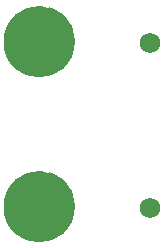
<source format=gbs>
%FSLAX23Y23*%
%MOIN*%
G70*
G01*
G75*
G04 Layer_Color=16711935*
%ADD10R,0.118X0.059*%
%ADD11R,0.118X0.039*%
%ADD12R,0.020X0.024*%
%ADD13R,0.024X0.020*%
%ADD14C,0.010*%
%ADD15C,0.060*%
%ADD16C,0.236*%
%ADD17C,0.039*%
%ADD18C,0.005*%
%ADD19C,0.059*%
%ADD20C,0.006*%
%ADD21R,0.126X0.067*%
%ADD22R,0.126X0.047*%
%ADD23R,0.028X0.032*%
%ADD24R,0.032X0.028*%
%ADD25C,0.068*%
D16*
X170Y700D02*
D03*
Y150D02*
D03*
D17*
X259Y700D02*
D03*
X233Y637D02*
D03*
X170Y611D02*
D03*
X107Y637D02*
D03*
X81Y700D02*
D03*
X170Y789D02*
D03*
X233Y763D02*
D03*
X107D02*
D03*
X259Y150D02*
D03*
X233Y87D02*
D03*
X170Y61D02*
D03*
X107Y87D02*
D03*
X81Y150D02*
D03*
X170Y239D02*
D03*
X233Y213D02*
D03*
X107D02*
D03*
D19*
X259Y700D02*
G03*
X259Y700I-89J0D01*
G01*
Y150D02*
G03*
X259Y150I-89J0D01*
G01*
D25*
X540Y696D02*
D03*
Y145D02*
D03*
M02*

</source>
